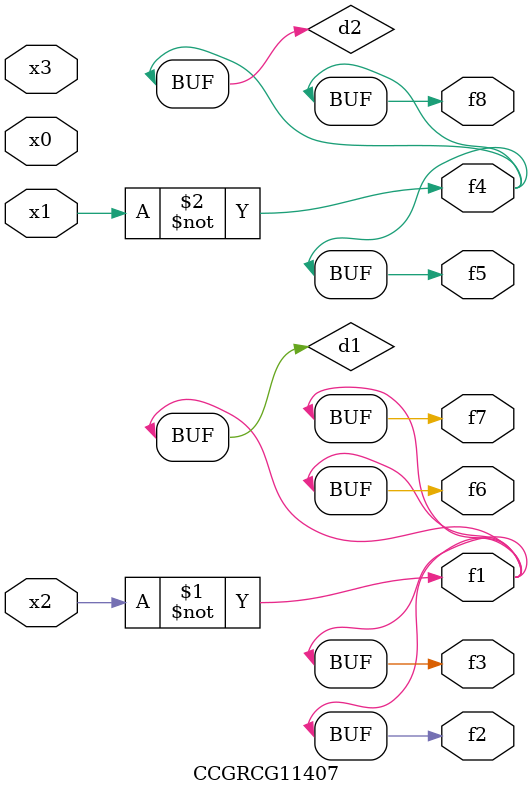
<source format=v>
module CCGRCG11407(
	input x0, x1, x2, x3,
	output f1, f2, f3, f4, f5, f6, f7, f8
);

	wire d1, d2;

	xnor (d1, x2);
	not (d2, x1);
	assign f1 = d1;
	assign f2 = d1;
	assign f3 = d1;
	assign f4 = d2;
	assign f5 = d2;
	assign f6 = d1;
	assign f7 = d1;
	assign f8 = d2;
endmodule

</source>
